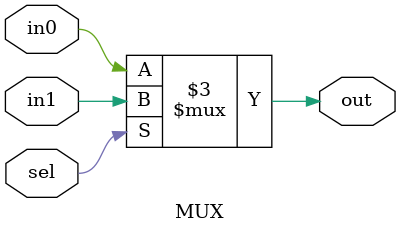
<source format=v>
`timescale 1ns / 1ps

module MUX(in0, in1, sel, out);
	input in0, in1, sel;
	output reg out;
	
	always @(in0, in1, sel)
		if(sel)
			out = in1;
		else
			out = in0;
endmodule

</source>
